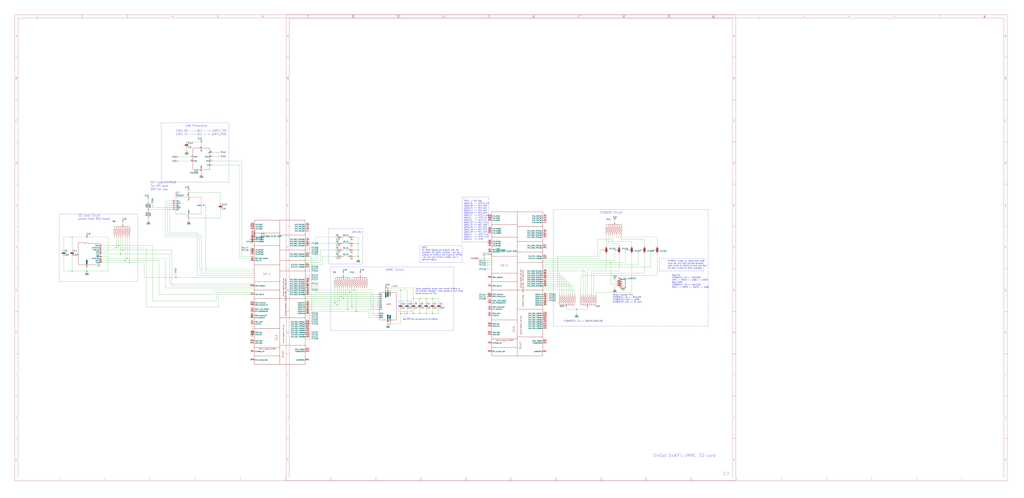
<source format=kicad_sch>
(kicad_sch (version 20210621) (generator eeschema)
  (paper "User" 1226.82 597.51)
  (junction (at 177.8 251.46))
  (junction (at 139.7 297.18))
  (junction (at 518.16 358.14))
  (junction (at 408.94 355.6))
  (junction (at 302.26 287.02))
  (junction (at 419.1 350.52))
  (junction (at 147.32 299.72))
  (junction (at 429.26 307.34))
  (junction (at 464.82 388.62))
  (junction (at 152.4 309.88))
  (junction (at 487.68 375.92))
  (junction (at 580.39 309.88))
  (junction (at 424.18 347.98))
  (junction (at 86.36 284.48))
  (junction (at 406.4 360.68))
  (junction (at 226.06 261.62))
  (junction (at 464.82 345.44))
  (junction (at 731.52 314.96))
  (junction (at 416.56 370.84))
  (junction (at 462.28 345.44))
  (junction (at 144.78 304.8))
  (junction (at 502.92 375.92))
  (junction (at 241.3 170.18))
  (junction (at 480.06 375.92))
  (junction (at 467.36 388.62))
  (junction (at 480.06 347.98))
  (junction (at 690.88 370.84))
  (junction (at 429.26 292.1))
  (junction (at 495.3 375.92))
  (junction (at 104.14 284.48))
  (junction (at 426.72 373.38))
  (junction (at 403.86 365.76))
  (junction (at 510.54 358.14))
  (junction (at 429.26 299.72))
  (junction (at 210.82 332.74))
  (junction (at 304.8 287.02))
  (junction (at 510.54 375.92))
  (junction (at 414.02 353.06))
  (junction (at 142.24 294.64))
  (junction (at 104.14 325.12))
  (junction (at 154.94 314.96))
  (junction (at 401.32 363.22))
  (junction (at 518.16 375.92))
  (junction (at 502.92 358.14))
  (junction (at 495.3 358.14))
  (junction (at 226.06 231.14))
  (junction (at 149.86 312.42))
  (junction (at 86.36 325.12))
  (junction (at 421.64 368.3))
  (junction (at 411.48 358.14))
  (wire (pts (xy 365.76 325.12) (xy 368.3 325.12)))
  (wire (pts (xy 424.18 307.34) (xy 429.26 307.34)))
  (wire (pts (xy 368.3 386.08) (xy 365.76 386.08)))
  (wire (pts (xy 205.74 299.72) (xy 205.74 342.9)))
  (wire (pts (xy 429.26 309.88) (xy 429.26 307.34)))
  (wire (pts (xy 650.24 337.82) (xy 680.72 337.82)))
  (wire (pts (xy 670.56 353.06) (xy 670.56 327.66)))
  (wire (pts (xy 525.78 358.14) (xy 525.78 363.22)))
  (wire (pts (xy 678.18 353.06) (xy 678.18 335.28)))
  (wire (pts (xy 365.76 299.72) (xy 368.3 299.72)))
  (wire (pts (xy 241.3 175.26) (xy 241.3 170.18)))
  (wire (pts (xy 650.24 332.74) (xy 675.64 332.74)))
  (wire (pts (xy 708.66 325.12) (xy 708.66 353.06)))
  (wire (pts (xy 365.76 340.36) (xy 368.3 340.36)))
  (wire (pts (xy 383.54 299.72) (xy 401.32 299.72)))
  (wire (pts (xy 726.44 304.8) (xy 726.44 322.58)))
  (wire (pts (xy 703.58 370.84) (xy 703.58 368.3)))
  (wire (pts (xy 734.06 281.94) (xy 734.06 292.1)))
  (wire (pts (xy 739.14 340.36) (xy 731.52 340.36)))
  (wire (pts (xy 139.7 297.18) (xy 121.92 297.18)))
  (polyline (pts (xy 393.7 316.484) (xy 393.7 274.32)))
  (wire (pts (xy 368.3 297.18) (xy 365.76 297.18)))
  (wire (pts (xy 76.2 307.34) (xy 76.2 325.12)))
  (wire (pts (xy 718.82 299.72) (xy 718.82 309.88)))
  (wire (pts (xy 378.46 309.88) (xy 378.46 284.48)))
  (wire (pts (xy 381 342.9) (xy 381 347.98)))
  (wire (pts (xy 464.82 386.08) (xy 464.82 388.62)))
  (wire (pts (xy 378.46 350.52) (xy 419.1 350.52)))
  (wire (pts (xy 726.44 289.56) (xy 726.44 281.94)))
  (wire (pts (xy 198.12 309.88) (xy 198.12 345.44)))
  (polyline (pts (xy 843.28 309.88) (xy 789.94 309.88)))
  (wire (pts (xy 381 292.1) (xy 401.32 292.1)))
  (wire (pts (xy 650.24 309.88) (xy 718.82 309.88)))
  (wire (pts (xy 411.48 284.48) (xy 416.56 284.48)))
  (wire (pts (xy 772.16 327.66) (xy 711.2 327.66)))
  (wire (pts (xy 365.76 353.06) (xy 414.02 353.06)))
  (polyline (pts (xy 848.36 391.16) (xy 848.36 251.46)))
  (wire (pts (xy 203.2 304.8) (xy 203.2 340.36)))
  (wire (pts (xy 650.24 345.44) (xy 668.02 345.44)))
  (wire (pts (xy 365.76 347.98) (xy 368.3 347.98)))
  (wire (pts (xy 726.44 292.1) (xy 728.98 292.1)))
  (polyline (pts (xy 502.92 314.96) (xy 553.72 314.96)))
  (wire (pts (xy 736.6 299.72) (xy 736.6 312.42)))
  (wire (pts (xy 246.38 246.38) (xy 246.38 325.12)))
  (wire (pts (xy 787.4 294.64) (xy 787.4 284.48)))
  (polyline (pts (xy 553.72 314.96) (xy 553.72 294.64)))
  (wire (pts (xy 421.64 368.3) (xy 452.12 368.3)))
  (wire (pts (xy 586.74 322.58) (xy 589.28 322.58)))
  (wire (pts (xy 419.1 345.44) (xy 419.1 350.52)))
  (wire (pts (xy 767.08 299.72) (xy 764.54 299.72)))
  (wire (pts (xy 226.06 231.14) (xy 226.06 228.6)))
  (wire (pts (xy 177.8 261.62) (xy 177.8 264.16)))
  (wire (pts (xy 86.36 284.48) (xy 76.2 284.48)))
  (wire (pts (xy 650.24 353.06) (xy 652.78 353.06)))
  (wire (pts (xy 510.54 363.22) (xy 510.54 358.14)))
  (wire (pts (xy 736.6 264.16) (xy 736.6 266.7)))
  (wire (pts (xy 238.76 284.48) (xy 198.12 284.48)))
  (wire (pts (xy 678.18 368.3) (xy 678.18 370.84)))
  (wire (pts (xy 365.76 317.5) (xy 386.08 317.5)))
  (polyline (pts (xy 165.1 256.54) (xy 71.12 256.54)))
  (polyline (pts (xy 193.04 147.32) (xy 193.04 218.44)))
  (wire (pts (xy 414.02 353.06) (xy 452.12 353.06)))
  (polyline (pts (xy 848.36 251.46) (xy 662.94 251.46)))
  (polyline (pts (xy 485.14 381) (xy 485.14 373.38)))
  (wire (pts (xy 365.76 307.34) (xy 373.38 307.34)))
  (wire (pts (xy 731.52 314.96) (xy 749.3 314.96)))
  (wire (pts (xy 726.44 294.64) (xy 726.44 292.1)))
  (wire (pts (xy 429.26 307.34) (xy 429.26 299.72)))
  (wire (pts (xy 152.4 284.48) (xy 152.4 309.88)))
  (wire (pts (xy 411.48 345.44) (xy 411.48 358.14)))
  (wire (pts (xy 287.02 309.88) (xy 304.8 309.88)))
  (wire (pts (xy 756.92 289.56) (xy 756.92 294.64)))
  (wire (pts (xy 365.76 345.44) (xy 378.46 345.44)))
  (wire (pts (xy 121.92 302.26) (xy 129.54 302.26)))
  (wire (pts (xy 86.36 307.34) (xy 86.36 325.12)))
  (wire (pts (xy 304.8 322.58) (xy 238.76 322.58)))
  (wire (pts (xy 378.46 345.44) (xy 378.46 350.52)))
  (wire (pts (xy 365.76 304.8) (xy 368.3 304.8)))
  (wire (pts (xy 487.68 375.92) (xy 480.06 375.92)))
  (wire (pts (xy 452.12 378.46) (xy 447.04 378.46)))
  (wire (pts (xy 149.86 284.48) (xy 149.86 312.42)))
  (wire (pts (xy 147.32 284.48) (xy 147.32 299.72)))
  (wire (pts (xy 86.36 299.72) (xy 86.36 284.48)))
  (wire (pts (xy 690.88 375.92) (xy 690.88 370.84)))
  (wire (pts (xy 228.6 187.96) (xy 213.36 187.96)))
  (wire (pts (xy 411.48 292.1) (xy 416.56 292.1)))
  (wire (pts (xy 675.64 353.06) (xy 675.64 332.74)))
  (wire (pts (xy 241.3 327.66) (xy 241.3 281.94)))
  (polyline (pts (xy 165.1 256.54) (xy 165.1 337.82)))
  (wire (pts (xy 200.66 243.84) (xy 205.74 243.84)))
  (wire (pts (xy 431.8 327.66) (xy 431.8 330.2)))
  (wire (pts (xy 424.18 299.72) (xy 429.26 299.72)))
  (wire (pts (xy 401.32 345.44) (xy 401.32 363.22)))
  (wire (pts (xy 365.76 355.6) (xy 408.94 355.6)))
  (wire (pts (xy 172.72 314.96) (xy 172.72 332.74)))
  (wire (pts (xy 650.24 330.2) (xy 673.1 330.2)))
  (polyline (pts (xy 662.94 391.16) (xy 848.36 391.16)))
  (wire (pts (xy 525.78 370.84) (xy 525.78 375.92)))
  (wire (pts (xy 365.76 320.04) (xy 368.3 320.04)))
  (wire (pts (xy 200.66 281.94) (xy 200.66 243.84)))
  (wire (pts (xy 304.8 350.52) (xy 259.08 350.52)))
  (wire (pts (xy 650.24 340.36) (xy 683.26 340.36)))
  (wire (pts (xy 495.3 358.14) (xy 495.3 345.44)))
  (wire (pts (xy 365.76 398.78) (xy 368.3 398.78)))
  (wire (pts (xy 368.3 302.26) (xy 365.76 302.26)))
  (wire (pts (xy 304.8 347.98) (xy 256.54 347.98)))
  (wire (pts (xy 495.3 375.92) (xy 495.3 370.84)))
  (wire (pts (xy 452.12 370.84) (xy 416.56 370.84)))
  (wire (pts (xy 650.24 312.42) (xy 736.6 312.42)))
  (wire (pts (xy 259.08 350.52) (xy 259.08 360.68)))
  (wire (pts (xy 365.76 312.42) (xy 381 312.42)))
  (wire (pts (xy 129.54 284.48) (xy 104.14 284.48)))
  (wire (pts (xy 650.24 320.04) (xy 779.78 320.04)))
  (wire (pts (xy 236.22 330.2) (xy 304.8 330.2)))
  (wire (pts (xy 452.12 358.14) (xy 411.48 358.14)))
  (wire (pts (xy 147.32 299.72) (xy 205.74 299.72)))
  (wire (pts (xy 228.6 193.04) (xy 213.36 193.04)))
  (wire (pts (xy 510.54 375.92) (xy 510.54 370.84)))
  (wire (pts (xy 589.28 309.88) (xy 580.39 309.88)))
  (wire (pts (xy 406.4 345.44) (xy 406.4 360.68)))
  (wire (pts (xy 304.8 299.72) (xy 302.26 299.72)))
  (wire (pts (xy 365.76 292.1) (xy 368.3 292.1)))
  (wire (pts (xy 182.88 360.68) (xy 182.88 294.64)))
  (wire (pts (xy 254 187.96) (xy 259.08 187.96)))
  (wire (pts (xy 365.76 378.46) (xy 368.3 378.46)))
  (wire (pts (xy 205.74 246.38) (xy 203.2 246.38)))
  (wire (pts (xy 304.8 297.18) (xy 302.26 297.18)))
  (polyline (pts (xy 193.04 218.44) (xy 274.32 218.44)))
  (wire (pts (xy 365.76 314.96) (xy 383.54 314.96)))
  (polyline (pts (xy 553.72 236.22) (xy 553.72 290.322)))
  (wire (pts (xy 264.16 261.62) (xy 264.16 251.46)))
  (wire (pts (xy 76.2 284.48) (xy 76.2 299.72)))
  (polyline (pts (xy 434.34 274.32) (xy 434.34 316.484)))
  (polyline (pts (xy 493.395 360.68) (xy 493.395 373.38)))
  (wire (pts (xy 586.74 355.6) (xy 589.28 355.6)))
  (wire (pts (xy 365.76 360.68) (xy 406.4 360.68)))
  (wire (pts (xy 421.64 345.44) (xy 421.64 368.3)))
  (wire (pts (xy 365.76 335.28) (xy 368.3 335.28)))
  (wire (pts (xy 203.2 246.38) (xy 203.2 279.4)))
  (wire (pts (xy 172.72 332.74) (xy 210.82 332.74)))
  (wire (pts (xy 203.2 340.36) (xy 304.8 340.36)))
  (wire (pts (xy 426.72 373.38) (xy 441.96 373.38)))
  (wire (pts (xy 426.72 345.44) (xy 426.72 373.38)))
  (wire (pts (xy 144.78 304.8) (xy 203.2 304.8)))
  (wire (pts (xy 495.3 375.92) (xy 487.68 375.92)))
  (wire (pts (xy 264.16 243.84) (xy 264.16 231.14)))
  (wire (pts (xy 510.54 358.14) (xy 518.16 358.14)))
  (wire (pts (xy 226.06 261.62) (xy 264.16 261.62)))
  (wire (pts (xy 487.68 370.84) (xy 487.68 375.92)))
  (wire (pts (xy 650.24 317.5) (xy 764.54 317.5)))
  (wire (pts (xy 210.82 332.74) (xy 304.8 332.74)))
  (wire (pts (xy 741.68 304.8) (xy 741.68 325.12)))
  (wire (pts (xy 736.6 337.82) (xy 736.6 335.28)))
  (wire (pts (xy 650.24 335.28) (xy 678.18 335.28)))
  (wire (pts (xy 416.56 370.84) (xy 365.76 370.84)))
  (wire (pts (xy 701.04 325.12) (xy 701.04 353.06)))
  (wire (pts (xy 76.2 325.12) (xy 86.36 325.12)))
  (wire (pts (xy 650.24 347.98) (xy 688.34 347.98)))
  (wire (pts (xy 304.8 353.06) (xy 261.62 353.06)))
  (polyline (pts (xy 396.24 396.24) (xy 543.56 396.24)))
  (wire (pts (xy 744.22 287.02) (xy 772.16 287.02)))
  (wire (pts (xy 424.18 345.44) (xy 424.18 347.98)))
  (wire (pts (xy 368.3 381) (xy 365.76 381)))
  (wire (pts (xy 383.54 314.96) (xy 383.54 299.72)))
  (wire (pts (xy 190.5 312.42) (xy 149.86 312.42)))
  (polyline (pts (xy 165.1 337.82) (xy 71.12 337.82)))
  (wire (pts (xy 586.74 314.96) (xy 589.28 314.96)))
  (wire (pts (xy 650.24 355.6) (xy 652.78 355.6)))
  (wire (pts (xy 365.76 388.62) (xy 368.3 388.62)))
  (wire (pts (xy 154.94 284.48) (xy 154.94 314.96)))
  (wire (pts (xy 736.6 342.9) (xy 739.14 342.9)))
  (wire (pts (xy 175.26 368.3) (xy 175.26 297.18)))
  (wire (pts (xy 177.8 241.3) (xy 177.8 238.76)))
  (polyline (pts (xy 553.72 290.322) (xy 585.47 290.322)))
  (wire (pts (xy 487.68 363.22) (xy 487.68 347.98)))
  (wire (pts (xy 480.06 388.62) (xy 467.36 388.62)))
  (wire (pts (xy 495.3 358.14) (xy 502.92 358.14)))
  (polyline (pts (xy 274.32 147.32) (xy 193.04 147.32)))
  (wire (pts (xy 129.54 302.26) (xy 129.54 284.48)))
  (wire (pts (xy 365.76 342.9) (xy 381 342.9)))
  (wire (pts (xy 650.24 322.58) (xy 698.5 322.58)))
  (wire (pts (xy 495.3 345.44) (xy 464.82 345.44)))
  (wire (pts (xy 650.24 358.14) (xy 652.78 358.14)))
  (wire (pts (xy 726.44 289.56) (xy 756.92 289.56)))
  (wire (pts (xy 467.36 386.08) (xy 467.36 388.62)))
  (wire (pts (xy 142.24 284.48) (xy 142.24 294.64)))
  (wire (pts (xy 751.84 299.72) (xy 749.3 299.72)))
  (wire (pts (xy 264.16 231.14) (xy 226.06 231.14)))
  (wire (pts (xy 787.4 304.8) (xy 787.4 330.2)))
  (wire (pts (xy 586.74 358.14) (xy 589.28 358.14)))
  (wire (pts (xy 444.5 375.92) (xy 444.5 350.52)))
  (wire (pts (xy 104.14 320.04) (xy 104.14 325.12)))
  (wire (pts (xy 731.52 340.36) (xy 731.52 314.96)))
  (polyline (pts (xy 477.52 360.68) (xy 493.395 360.68)))
  (wire (pts (xy 452.12 375.92) (xy 444.5 375.92)))
  (wire (pts (xy 238.76 322.58) (xy 238.76 284.48)))
  (wire (pts (xy 467.36 388.62) (xy 464.82 388.62)))
  (wire (pts (xy 711.2 327.66) (xy 711.2 353.06)))
  (wire (pts (xy 302.26 391.16) (xy 304.8 391.16)))
  (wire (pts (xy 716.28 307.34) (xy 716.28 287.02)))
  (wire (pts (xy 142.24 294.64) (xy 121.92 294.64)))
  (wire (pts (xy 304.8 292.1) (xy 304.8 287.02)))
  (wire (pts (xy 254 182.88) (xy 259.08 182.88)))
  (wire (pts (xy 586.74 353.06) (xy 589.28 353.06)))
  (wire (pts (xy 121.92 304.8) (xy 144.78 304.8)))
  (wire (pts (xy 129.54 307.34) (xy 121.92 307.34)))
  (wire (pts (xy 673.1 353.06) (xy 673.1 330.2)))
  (wire (pts (xy 411.48 299.72) (xy 416.56 299.72)))
  (wire (pts (xy 424.18 347.98) (xy 447.04 347.98)))
  (wire (pts (xy 411.48 327.66) (xy 411.48 330.2)))
  (wire (pts (xy 779.78 299.72) (xy 779.78 320.04)))
  (wire (pts (xy 668.02 307.34) (xy 716.28 307.34)))
  (wire (pts (xy 502.92 358.14) (xy 510.54 358.14)))
  (polyline (pts (xy 493.395 373.38) (xy 485.14 373.38)))
  (wire (pts (xy 256.54 347.98) (xy 256.54 353.06)))
  (wire (pts (xy 121.92 314.96) (xy 154.94 314.96)))
  (polyline (pts (xy 662.94 251.46) (xy 662.94 391.16)))
  (wire (pts (xy 302.26 287.02) (xy 302.26 294.64)))
  (wire (pts (xy 518.16 375.92) (xy 518.16 370.84)))
  (polyline (pts (xy 585.47 290.322) (xy 585.47 236.22)))
  (wire (pts (xy 246.38 325.12) (xy 304.8 325.12)))
  (wire (pts (xy 304.8 287.02) (xy 304.8 284.48)))
  (wire (pts (xy 502.92 375.92) (xy 495.3 375.92)))
  (wire (pts (xy 487.68 347.98) (xy 480.06 347.98)))
  (wire (pts (xy 365.76 406.4) (xy 368.3 406.4)))
  (wire (pts (xy 205.74 342.9) (xy 304.8 342.9)))
  (wire (pts (xy 139.7 284.48) (xy 139.7 297.18)))
  (wire (pts (xy 198.12 284.48) (xy 198.12 241.3)))
  (wire (pts (xy 447.04 347.98) (xy 447.04 378.46)))
  (wire (pts (xy 406.4 360.68) (xy 452.12 360.68)))
  (wire (pts (xy 429.26 299.72) (xy 429.26 292.1)))
  (wire (pts (xy 452.12 365.76) (xy 403.86 365.76)))
  (wire (pts (xy 365.76 401.32) (xy 368.3 401.32)))
  (wire (pts (xy 650.24 314.96) (xy 731.52 314.96)))
  (wire (pts (xy 728.98 292.1) (xy 728.98 281.94)))
  (wire (pts (xy 736.6 342.9) (xy 736.6 345.44)))
  (wire (pts (xy 302.26 284.48) (xy 302.26 287.02)))
  (polyline (pts (xy 843.28 325.12) (xy 843.28 309.88)))
  (wire (pts (xy 287.02 198.12) (xy 287.02 309.88)))
  (wire (pts (xy 261.62 368.3) (xy 175.26 368.3)))
  (wire (pts (xy 502.92 375.92) (xy 502.92 370.84)))
  (wire (pts (xy 414.02 345.44) (xy 414.02 353.06)))
  (wire (pts (xy 104.14 284.48) (xy 86.36 284.48)))
  (wire (pts (xy 680.72 353.06) (xy 680.72 337.82)))
  (wire (pts (xy 261.62 353.06) (xy 261.62 368.3)))
  (wire (pts (xy 764.54 299.72) (xy 764.54 317.5)))
  (wire (pts (xy 381 312.42) (xy 381 292.1)))
  (wire (pts (xy 241.3 281.94) (xy 200.66 281.94)))
  (wire (pts (xy 441.96 381) (xy 441.96 373.38)))
  (wire (pts (xy 302.26 386.08) (xy 304.8 386.08)))
  (wire (pts (xy 304.8 327.66) (xy 241.3 327.66)))
  (polyline (pts (xy 485.14 373.38) (xy 477.52 373.38)))
  (wire (pts (xy 480.06 370.84) (xy 480.06 375.92)))
  (wire (pts (xy 480.06 375.92) (xy 480.06 388.62)))
  (wire (pts (xy 149.86 312.42) (xy 121.92 312.42)))
  (wire (pts (xy 787.4 330.2) (xy 695.96 330.2)))
  (wire (pts (xy 304.8 345.44) (xy 198.12 345.44)))
  (wire (pts (xy 154.94 314.96) (xy 172.72 314.96)))
  (wire (pts (xy 518.16 358.14) (xy 525.78 358.14)))
  (wire (pts (xy 731.52 287.02) (xy 731.52 281.94)))
  (wire (pts (xy 744.22 281.94) (xy 744.22 287.02)))
  (wire (pts (xy 289.56 307.34) (xy 304.8 307.34)))
  (wire (pts (xy 401.32 363.22) (xy 365.76 363.22)))
  (wire (pts (xy 419.1 350.52) (xy 444.5 350.52)))
  (wire (pts (xy 726.44 322.58) (xy 703.58 322.58)))
  (wire (pts (xy 690.88 370.84) (xy 703.58 370.84)))
  (wire (pts (xy 736.6 337.82) (xy 739.14 337.82)))
  (wire (pts (xy 695.96 330.2) (xy 695.96 353.06)))
  (wire (pts (xy 589.28 312.42) (xy 586.74 312.42)))
  (wire (pts (xy 518.16 375.92) (xy 510.54 375.92)))
  (wire (pts (xy 386.08 317.5) (xy 386.08 307.34)))
  (wire (pts (xy 756.92 304.8) (xy 756.92 350.52)))
  (wire (pts (xy 688.34 347.98) (xy 688.34 353.06)))
  (wire (pts (xy 518.16 363.22) (xy 518.16 358.14)))
  (wire (pts (xy 495.3 363.22) (xy 495.3 358.14)))
  (wire (pts (xy 698.5 322.58) (xy 698.5 353.06)))
  (wire (pts (xy 302.26 294.64) (xy 304.8 294.64)))
  (wire (pts (xy 365.76 309.88) (xy 378.46 309.88)))
  (polyline (pts (xy 553.72 294.64) (xy 502.92 294.64)))
  (wire (pts (xy 685.8 353.06) (xy 685.8 342.9)))
  (wire (pts (xy 408.94 355.6) (xy 452.12 355.6)))
  (wire (pts (xy 772.16 287.02) (xy 772.16 294.64)))
  (wire (pts (xy 787.4 284.48) (xy 739.14 284.48)))
  (polyline (pts (xy 393.7 274.32) (xy 434.34 274.32)))
  (wire (pts (xy 452.12 381) (xy 441.96 381)))
  (wire (pts (xy 416.56 345.44) (xy 416.56 370.84)))
  (wire (pts (xy 152.4 309.88) (xy 198.12 309.88)))
  (wire (pts (xy 678.18 370.84) (xy 690.88 370.84)))
  (wire (pts (xy 147.32 266.7) (xy 147.32 269.24)))
  (wire (pts (xy 223.52 177.8) (xy 223.52 180.34)))
  (wire (pts (xy 205.74 251.46) (xy 177.8 251.46)))
  (wire (pts (xy 580.39 309.88) (xy 574.04 309.88)))
  (wire (pts (xy 365.76 322.58) (xy 368.3 322.58)))
  (polyline (pts (xy 274.32 218.44) (xy 274.32 147.32)))
  (wire (pts (xy 190.5 353.06) (xy 190.5 312.42)))
  (wire (pts (xy 256.54 353.06) (xy 190.5 353.06)))
  (wire (pts (xy 403.86 365.76) (xy 365.76 365.76)))
  (polyline (pts (xy 477.52 373.38) (xy 477.52 360.68)))
  (wire (pts (xy 452.12 363.22) (xy 401.32 363.22)))
  (wire (pts (xy 365.76 403.86) (xy 368.3 403.86)))
  (wire (pts (xy 144.78 284.48) (xy 144.78 304.8)))
  (polyline (pts (xy 543.56 396.24) (xy 543.56 320.04)))
  (wire (pts (xy 749.3 299.72) (xy 749.3 314.96)))
  (wire (pts (xy 182.88 294.64) (xy 142.24 294.64)))
  (wire (pts (xy 236.22 279.4) (xy 236.22 330.2)))
  (wire (pts (xy 223.52 170.18) (xy 241.3 170.18)))
  (wire (pts (xy 129.54 325.12) (xy 129.54 307.34)))
  (wire (pts (xy 716.28 287.02) (xy 731.52 287.02)))
  (wire (pts (xy 378.46 284.48) (xy 401.32 284.48)))
  (wire (pts (xy 713.74 350.52) (xy 713.74 353.06)))
  (wire (pts (xy 650.24 325.12) (xy 701.04 325.12)))
  (wire (pts (xy 756.92 350.52) (xy 713.74 350.52)))
  (wire (pts (xy 650.24 360.68) (xy 652.78 360.68)))
  (wire (pts (xy 365.76 332.74) (xy 368.3 332.74)))
  (wire (pts (xy 525.78 375.92) (xy 518.16 375.92)))
  (wire (pts (xy 226.06 264.16) (xy 226.06 261.62)))
  (polyline (pts (xy 789.94 325.12) (xy 843.28 325.12)))
  (wire (pts (xy 203.2 279.4) (xy 236.22 279.4)))
  (wire (pts (xy 462.28 345.44) (xy 462.28 347.98)))
  (wire (pts (xy 502.92 363.22) (xy 502.92 358.14)))
  (polyline (pts (xy 502.92 294.64) (xy 502.92 314.96)))
  (wire (pts (xy 668.02 345.44) (xy 668.02 307.34)))
  (wire (pts (xy 464.82 347.98) (xy 464.82 345.44)))
  (wire (pts (xy 411.48 358.14) (xy 365.76 358.14)))
  (polyline (pts (xy 71.12 256.54) (xy 71.12 337.82)))
  (wire (pts (xy 510.54 375.92) (xy 502.92 375.92)))
  (wire (pts (xy 467.36 347.98) (xy 480.06 347.98)))
  (wire (pts (xy 580.39 304.8) (xy 580.39 309.88)))
  (wire (pts (xy 121.92 309.88) (xy 152.4 309.88)))
  (wire (pts (xy 365.76 383.54) (xy 368.3 383.54)))
  (wire (pts (xy 198.12 241.3) (xy 205.74 241.3)))
  (wire (pts (xy 741.68 292.1) (xy 734.06 292.1)))
  (wire (pts (xy 480.06 347.98) (xy 480.06 363.22)))
  (polyline (pts (xy 585.47 236.22) (xy 553.72 236.22)))
  (wire (pts (xy 429.26 292.1) (xy 429.26 284.48)))
  (wire (pts (xy 254 198.12) (xy 287.02 198.12)))
  (wire (pts (xy 373.38 373.38) (xy 426.72 373.38)))
  (wire (pts (xy 289.56 193.04) (xy 289.56 307.34)))
  (wire (pts (xy 121.92 299.72) (xy 147.32 299.72)))
  (wire (pts (xy 703.58 322.58) (xy 703.58 353.06)))
  (wire (pts (xy 683.26 353.06) (xy 683.26 340.36)))
  (wire (pts (xy 175.26 297.18) (xy 139.7 297.18)))
  (wire (pts (xy 589.28 317.5) (xy 586.74 317.5)))
  (wire (pts (xy 772.16 304.8) (xy 772.16 327.66)))
  (wire (pts (xy 411.48 307.34) (xy 416.56 307.34)))
  (wire (pts (xy 721.36 299.72) (xy 718.82 299.72)))
  (wire (pts (xy 205.74 248.92) (xy 182.88 248.92)))
  (wire (pts (xy 365.76 330.2) (xy 368.3 330.2)))
  (wire (pts (xy 86.36 325.12) (xy 104.14 325.12)))
  (wire (pts (xy 381 347.98) (xy 424.18 347.98)))
  (wire (pts (xy 386.08 307.34) (xy 401.32 307.34)))
  (wire (pts (xy 368.3 375.92) (xy 365.76 375.92)))
  (wire (pts (xy 739.14 281.94) (xy 739.14 284.48)))
  (wire (pts (xy 782.32 299.72) (xy 779.78 299.72)))
  (polyline (pts (xy 789.94 309.88) (xy 789.94 325.12)))
  (wire (pts (xy 464.82 345.44) (xy 462.28 345.44)))
  (wire (pts (xy 424.18 292.1) (xy 429.26 292.1)))
  (wire (pts (xy 254 193.04) (xy 289.56 193.04)))
  (wire (pts (xy 373.38 307.34) (xy 373.38 373.38)))
  (wire (pts (xy 650.24 342.9) (xy 685.8 342.9)))
  (wire (pts (xy 365.76 368.3) (xy 421.64 368.3)))
  (polyline (pts (xy 543.56 320.04) (xy 396.24 320.04)))
  (wire (pts (xy 424.18 284.48) (xy 429.26 284.48)))
  (wire (pts (xy 741.68 294.64) (xy 741.68 292.1)))
  (polyline (pts (xy 434.34 316.484) (xy 393.7 316.484)))
  (wire (pts (xy 259.08 360.68) (xy 182.88 360.68)))
  (wire (pts (xy 741.68 325.12) (xy 708.66 325.12)))
  (wire (pts (xy 670.56 327.66) (xy 650.24 327.66)))
  (wire (pts (xy 241.3 208.28) (xy 241.3 205.74)))
  (polyline (pts (xy 396.24 320.04) (xy 396.24 396.24)))
  (wire (pts (xy 104.14 325.12) (xy 129.54 325.12)))
  (wire (pts (xy 408.94 345.44) (xy 408.94 355.6)))
  (wire (pts (xy 403.86 345.44) (xy 403.86 365.76)))
  (text "CAN1 RX --> B11 --> UART1_TXD\nCAN1 TX --> A11 --> UART1_RXD" (at 210.82 162.56 0) (effects (font (size 2.54 2.159)) (justify left bottom)))
  (text "SD Card Circuit\npinout from RED board" (at 93.98 264.16 180) (effects (font (size 2.54 2.159)) (justify left bottom)))
  (text "NOTE:\nAll these signals are outputs with the\nexception of FLASH. Likewise, I put the\noutputs on GPIO2,3 and inputs on GPIO0.\nI am not sure if this is better, but it\nseemed logical" (at 505.46 312.42 0) (effects (font (size 1.778 1.5113)) (justify left bottom)))
  (text "SPI Flash/EEPROM\nFor SPI boot\nDNP for now" (at 180.34 228.6 180) (effects (font (size 2.54 2.159)) (justify left bottom)))
  (text "SYSBOOT Circuit" (at 718.82 256.54 180) (effects (font (size 2.54 2.159)) (justify left bottom)))
  (text "OreSat DxWiFi: eMMC, SD card" (at 782.32 548.64 180) (effects (font (size 3.81 3.2385)) (justify left bottom)))
  (text "Default Sysboot Pins\nSYSBOOT[4 : 0] == 0b11x00\nSYSBOOT[2] HIGH == eMMC\nSYSBOOT[2] LOW == SD Card" (at 734.06 363.22 0) (effects (font (size 1.778 1.5113)) (justify left bottom)))
  (text "These capacitor values have varied slightly in\nthe different designs I have looked at, but these\nvalues should be fine" (at 497.84 353.06 0) (effects (font (size 1.778 1.5113)) (justify left bottom)))
  (text "SYSBOOT[15 : 5] == 0b0100_0000_000" (at 675.64 386.08 180) (effects (font (size 1.778 1.5113)) (justify left bottom)))
  (text "Boot SD\nSYSBOOT[4 : 0] == 0b11000\nSPI0 -> MMC0 -> USB0 -> UART0\nBoot eMMC\nSYSBOOT[4 : 0] == 0b11100\nMMC1 -> MMC0 -> UART0 -> USB0" (at 805.18 345.44 0) (effects (font (size 1.778 1.5113)) (justify left bottom)))
  (text "GPIO -> PIN map\ngpio3_9   == mii1_tx_clk\ngpio0_28 == mii1_txd0\ngpio0_21 == mii1_txd1\ngpio0_17 == mii1_txd2\ngpio0_16 == mii1_txd3\ngpio3_3   == mii1_tx_en\ngpio3_1   == mii1_crs\ngpio3_0   == mii1_col\ngpio3_10 == mii1_rx_clk\ngpio2_21 == mii1_rxd0\ngpio2_20 == mii1_rxd1\ngpio2_19 == mii1_rxd2\ngpio2_18 == mii1_rxd3\ngpio3_2   == mii1_rx_er\ngpio3_4   == mii1_rx_dv\ngpio0_0   == mdio" (at 556.006 287.782 0) (effects (font (size 1.778 1.5113)) (justify left bottom)))
  (text "USR LEDs" (at 421.64 279.4 180) (effects (font (size 1.778 1.5113)) (justify left bottom)))
  (text "SYSBOOT Jumper to config boot order\nmust use very light pullups because\nboot config is latched at boot and then\nthe pins a used for other purposes" (at 800.1 322.58 0) (effects (font (size 1.778 1.5113)) (justify left bottom)))
  (text "Need ~{2.2uF} here, but using two 1uF for simplicity" (at 482.6 383.54 0) (effects (font (size 1.27 1.0795)) (justify left bottom)))
  (text "1.1" (at 866.14 570.23 180) (effects (font (size 3.81 3.2385)) (justify left bottom)))
  (text "CAN Transceiver" (at 222.25 152.4 180) (effects (font (size 2.54 2.159)) (justify left bottom)))
  (text "eMMC Circuit" (at 462.28 325.12 180) (effects (font (size 2.54 2.159)) (justify left bottom)))
  (global_label "CAN2_H" (shape bidirectional) (at 213.36 187.96 180) (effects (font (size 0.889 0.889))) (property "Intersheet References" "${INTERSHEET_REFS}" (effects hide)))
  (global_label "CAN2_L" (shape bidirectional) (at 213.36 193.04 180) (effects (font (size 0.889 0.889))) (property "Intersheet References" "${INTERSHEET_REFS}" (effects hide)))
  (global_label "UART0_TX" (shape bidirectional) (at 304.8 284.48 90) (effects (font (size 0.889 0.889))) (property "Intersheet References" "${INTERSHEET_REFS}" (effects hide)))
  (global_label "UART0_RX" (shape bidirectional) (at 302.26 284.48 90) (effects (font (size 0.889 0.889))) (property "Intersheet References" "${INTERSHEET_REFS}" (effects hide)))
  (global_label "PA_ENABLE" (shape bidirectional) (at 574.04 309.88 180) (effects (font (size 0.9601 0.9601))) (property "Intersheet References" "${INTERSHEET_REFS}" (effects hide)))
  (symbol (lib_id "oresat-live-card-eagle-import:FRAME_D_L") (at 774.7 576.58 0)
    (property "Reference" "#FRAME3" (effects hide))
    (property "Value" "FRAME_D_L" (effects hide))
  )
  (symbol (lib_id "oresat-live-card-eagle-import:OSD3358-512M-BSM") (at 619.76 337.82 0)
    (property "Reference" "U7" (at 594.36 297.18 0) (effects (font (size 1.778 1.5113)) (justify left top)))
    (property "Value" "OSD3358-512M-BSM" (at 594.36 302.26 0) (effects (font (size 1.778 1.5113)) (justify left bottom)))
    (property "Footprint" "OSD335X-BGA-256" (effects hide))
  )
  (symbol (lib_id "oresat-live-card-eagle-import:TEST-POINT3X4") (at 302.26 391.16 270)
    (property "Reference" "TP180" (at 301.498 395.732 0) (effects (font (size 1.778 1.778)) (justify left bottom)))
    (property "Value" "TEST-POINT3X4" (effects hide))
    (property "Footprint" "PAD.03X.04" (effects hide))
  )
  (symbol (lib_id "oresat-live-card-eagle-import:TEST-POINT3X4") (at 368.3 403.86 0)
    (property "Reference" "TP127" (at 372.872 404.622 0) (effects (font (size 1.778 1.778)) (justify left bottom)))
    (property "Value" "TEST-POINT3X4" (effects hide))
    (property "Footprint" "PAD.03X.04" (effects hide))
  )
  (symbol (lib_id "oresat-live-card-eagle-import:TEST-POINT3X4") (at 182.88 248.92 90)
    (property "Reference" "TP69" (at 183.642 244.348 0) (effects (font (size 1.778 1.778)) (justify left bottom)))
    (property "Value" "TEST-POINT3X4" (effects hide))
    (property "Footprint" "PAD.03X.04" (effects hide))
  )
  (symbol (lib_id "oresat-live-card-eagle-import:C-EU0805-B") (at 76.2 302.26 0)
    (property "Reference" "C8" (at 77.216 301.625 0) (effects (font (size 1.778 1.5113)) (justify left bottom)))
    (property "Value" "10uF" (at 77.216 306.451 0) (effects (font (size 1.778 1.5113)) (justify left bottom)))
    (property "Footprint" ".0805-B" (effects hide))
  )
  (symbol (lib_id "oresat-live-card-eagle-import:3.3V") (at 462.28 342.9 0)
    (property "Reference" "#3V-17" (effects hide))
    (property "Value" "3.3V" (at 461.645 342.265 0) (effects (font (size 1.778 1.5113)) (justify left bottom)))
  )
  (symbol (lib_id "oresat-live-card-eagle-import:3.3V") (at 411.48 325.12 0)
    (property "Reference" "#3V-11" (effects hide))
    (property "Value" "3.3V" (at 410.845 324.485 0) (effects (font (size 1.778 1.5113)) (justify left bottom)))
  )
  (symbol (lib_id "oresat-live-card-eagle-import:TEST-POINT3X4") (at 259.08 182.88 0)
    (property "Reference" "TP40" (at 263.652 183.642 0) (effects (font (size 1.778 1.778)) (justify left bottom)))
    (property "Value" "TEST-POINT3X4" (effects hide))
    (property "Footprint" "PAD.03X.04" (effects hide))
  )
  (symbol (lib_id "oresat-live-card-eagle-import:C-EU0603-A") (at 502.92 365.76 0)
    (property "Reference" "C6" (at 503.936 365.125 0) (effects (font (size 1.778 1.5113)) (justify left bottom)))
    (property "Value" "1uF" (at 503.936 369.951 0) (effects (font (size 1.778 1.5113)) (justify left bottom)))
    (property "Footprint" ".0603-A" (effects hide))
  )
  (symbol (lib_id "oresat-live-card-eagle-import:TEST-POINT3X4") (at 368.3 378.46 0)
    (property "Reference" "TP123" (at 372.872 379.222 0) (effects (font (size 1.778 1.778)) (justify left bottom)))
    (property "Value" "TEST-POINT3X4" (effects hide))
    (property "Footprint" "PAD.03X.04" (effects hide))
  )
  (symbol (lib_id "oresat-live-card-eagle-import:3.3V") (at 147.32 264.16 0)
    (property "Reference" "#3V-4" (effects hide))
    (property "Value" "3.3V" (at 146.685 263.525 0) (effects (font (size 1.778 1.5113)) (justify left bottom)))
  )
  (symbol (lib_id "oresat-live-card-eagle-import:OSD3358-512M-BSM") (at 335.28 347.98 0)
    (property "Reference" "U7" (at 312.42 279.4 0) (effects (font (size 1.778 1.5113)) (justify left top)))
    (property "Value" "OSD3358-512M-BSM" (at 312.42 284.48 0) (effects (font (size 1.778 1.5113)) (justify left bottom)))
    (property "Footprint" "OSD335X-BGA-256" (effects hide))
  )
  (symbol (lib_id "oresat-live-card-eagle-import:JUMPER-SMT_3_1-NC_TRACE_SILK") (at 772.16 299.72 0) (mirror x)
    (property "Reference" "JP108" (at 774.7 300.101 0) (effects (font (size 1.778 1.778)) (justify left bottom)))
    (property "Value" "JUMPER-SMT_3_1-NC_TRACE_SILK" (effects hide))
    (property "Footprint" "SMT-JUMPER_3_1-NC_TRACE_SILK" (effects hide))
  )
  (symbol (lib_id "oresat-live-card-eagle-import:TEST-POINT3X4") (at 368.3 304.8 0)
    (property "Reference" "TP101" (at 372.872 305.562 0) (effects (font (size 1.778 1.778)) (justify left bottom)))
    (property "Value" "TEST-POINT3X4" (effects hide))
    (property "Footprint" "PAD.03X.04" (effects hide))
  )
  (symbol (lib_id "oresat-live-card-eagle-import:TEST-POINT3X4") (at 368.3 340.36 0)
    (property "Reference" "TP122" (at 372.872 341.122 0) (effects (font (size 1.778 1.778)) (justify left bottom)))
    (property "Value" "TEST-POINT3X4" (effects hide))
    (property "Footprint" "PAD.03X.04" (effects hide))
  )
  (symbol (lib_id "oresat-live-card-eagle-import:JUMPER-SMT_3_1-NC_TRACE_SILK") (at 787.4 299.72 0) (mirror x)
    (property "Reference" "JP109" (at 789.94 300.101 0) (effects (font (size 1.778 1.778)) (justify left bottom)))
    (property "Value" "JUMPER-SMT_3_1-NC_TRACE_SILK" (effects hide))
    (property "Footprint" "SMT-JUMPER_3_1-NC_TRACE_SILK" (effects hide))
  )
  (symbol (lib_id "oresat-live-card-eagle-import:LED-BLUE0603") (at 419.1 299.72 90)
    (property "Reference" "D4" (effects hide))
    (property "Value" "BLUE" (at 417.957 298.45 90) (effects (font (size 1.778 1.778)) (justify left top)))
    (property "Footprint" "LED-0603" (effects hide))
  )
  (symbol (lib_id "oresat-live-card-eagle-import:TEST-POINT3X4") (at 304.8 287.02 0)
    (property "Reference" "TP142" (at 306.07 286.639 0) (effects (font (size 1.778 1.778)) (justify left bottom)))
    (property "Value" "TEST-POINT3X4" (effects hide))
    (property "Footprint" "PAD.03X.04" (effects hide))
  )
  (symbol (lib_id "oresat-live-card-eagle-import:EXB-A10P391JC_ARRAY_EXBA-M") (at 401.32 332.74 90)
    (property "Reference" "R9" (at 398.7292 327.6092 90) (effects (font (size 1.778 1.778)) (justify right top)))
    (property "Value" "10K" (at 398.8816 330.1492 90) (effects (font (size 1.778 1.778)) (justify right top)))
    (property "Footprint" "ARRAY_EXBA-M" (effects hide))
    (property "Value" "U7103CT-ND" (effects hide))
    (property "Value" "EXB-A10P103J" (effects hide))
  )
  (symbol (lib_id "oresat-live-card-eagle-import:TEST-POINT3X4") (at 368.3 383.54 0)
    (property "Reference" "TP105" (at 372.872 384.302 0) (effects (font (size 1.778 1.778)) (justify left bottom)))
    (property "Value" "TEST-POINT3X4" (effects hide))
    (property "Footprint" "PAD.03X.04" (effects hide))
  )
  (symbol (lib_id "oresat-live-card-eagle-import:GND") (at 177.8 266.7 0) (mirror y)
    (property "Reference" "#GND53" (effects hide))
    (property "Value" "GND" (at 180.34 269.24 0) (effects (font (size 1.778 1.5113)) (justify left bottom)))
  )
  (symbol (lib_id "oresat-live-card-eagle-import:TEST-POINT3X4") (at 368.3 388.62 0)
    (property "Reference" "TP120" (at 372.872 389.382 0) (effects (font (size 1.778 1.778)) (justify left bottom)))
    (property "Value" "TEST-POINT3X4" (effects hide))
    (property "Footprint" "PAD.03X.04" (effects hide))
  )
  (symbol (lib_id "oresat-live-card-eagle-import:3.3V") (at 736.6 332.74 0)
    (property "Reference" "#3V-6" (effects hide))
    (property "Value" "3.3V" (at 736.6 332.486 0) (effects (font (size 1.778 1.5113)) (justify bottom)))
  )
  (symbol (lib_id "oresat-live-card-eagle-import:TEST-POINT3X4") (at 368.3 302.26 0)
    (property "Reference" "TP126" (at 372.872 303.022 0) (effects (font (size 1.778 1.778)) (justify left bottom)))
    (property "Value" "TEST-POINT3X4" (effects hide))
    (property "Footprint" "PAD.03X.04" (effects hide))
  )
  (symbol (lib_id "oresat-live-card-eagle-import:3.3V") (at 431.8 325.12 0)
    (property "Reference" "#3V-15" (effects hide))
    (property "Value" "3.3V" (at 431.165 324.485 0) (effects (font (size 1.778 1.5113)) (justify left bottom)))
  )
  (symbol (lib_id "oresat-live-card-eagle-import:C-EU0603-A") (at 480.06 365.76 0)
    (property "Reference" "C12" (at 481.076 365.125 0) (effects (font (size 1.778 1.5113)) (justify left bottom)))
    (property "Value" "1uF" (at 481.076 369.951 0) (effects (font (size 1.778 1.5113)) (justify left bottom)))
    (property "Footprint" ".0603-A" (effects hide))
  )
  (symbol (lib_id "oresat-live-card-eagle-import:GND") (at 104.14 327.66 0) (mirror y)
    (property "Reference" "#GND30" (effects hide))
    (property "Value" "GND" (at 104.14 327.914 0) (effects (font (size 1.778 1.5113)) (justify top)))
  )
  (symbol (lib_id "oresat-live-card-eagle-import:R-US_0603-A") (at 177.8 246.38 270)
    (property "Reference" "R60" (at 174.7266 244.348 0) (effects (font (size 1.778 1.5113)) (justify left bottom)))
    (property "Value" "DNP" (at 179.07 244.602 0) (effects (font (size 1.778 1.5113)) (justify left bottom)))
    (property "Footprint" ".0603-A" (effects hide))
  )
  (symbol (lib_id "oresat-live-card-eagle-import:LED-BLUE0603") (at 419.1 284.48 90)
    (property "Reference" "D2" (effects hide))
    (property "Value" "BLUE" (at 417.957 283.21 90) (effects (font (size 1.778 1.778)) (justify left top)))
    (property "Footprint" "LED-0603" (effects hide))
  )
  (symbol (lib_id "oresat-live-card-eagle-import:3.3V") (at 226.06 226.06 0) (mirror y)
    (property "Reference" "#3V-27" (effects hide))
    (property "Value" "3.3V" (at 226.695 225.425 0) (effects (font (size 1.778 1.5113)) (justify left bottom)))
  )
  (symbol (lib_id "oresat-live-card-eagle-import:TEST-POINT3X4") (at 586.74 353.06 180)
    (property "Reference" "TP143" (at 582.168 352.298 0) (effects (font (size 1.778 1.778)) (justify left bottom)))
    (property "Value" "TEST-POINT3X4" (effects hide))
    (property "Footprint" "PAD.03X.04" (effects hide))
  )
  (symbol (lib_id "oresat-live-card-eagle-import:TEST-POINT3X4") (at 368.3 332.74 0)
    (property "Reference" "TP114" (at 372.872 333.502 0) (effects (font (size 1.778 1.778)) (justify left bottom)))
    (property "Value" "TEST-POINT3X4" (effects hide))
    (property "Footprint" "PAD.03X.04" (effects hide))
  )
  (symbol (lib_id "oresat-live-card-eagle-import:EMMC+RESET+5.1-COMPATIBLE-BA") (at 464.82 365.76 0) (mirror y)
    (property "Reference" "U3" (effects hide))
    (property "Value" "THGBMJG7C2LBAU8" (at 461.01 386.08 0) (effects (font (size 1.778 1.5113)) (justify left bottom)))
    (property "Footprint" "BGA-153(11.5X13)(EMMC-BA)" (effects hide))
    (property "Value" "THGBMJG7C2LBAU8-ND" (effects hide))
    (property "Value" "THGBMJG7C2LBAU8" (effects hide))
  )
  (symbol (lib_id "oresat-live-card-eagle-import:C-EU0603-A") (at 223.52 175.26 0) (mirror x)
    (property "Reference" "C31" (at 225.044 175.641 0) (effects (font (size 1.778 1.5113)) (justify left bottom)))
    (property "Value" "0.1uF" (at 225.044 170.561 0) (effects (font (size 1.778 1.5113)) (justify left bottom)))
    (property "Footprint" ".0603-A" (effects hide))
  )
  (symbol (lib_id "oresat-live-card-eagle-import:3.3V") (at 736.6 261.62 0)
    (property "Reference" "#3V-23" (effects hide))
    (property "Value" "3.3V" (at 736.6 261.366 0) (effects (font (size 1.778 1.5113)) (justify bottom)))
  )
  (symbol (lib_id "oresat-live-card-eagle-import:TEST-POINT3X4") (at 652.78 360.68 0)
    (property "Reference" "TP159" (at 657.352 361.442 0) (effects (font (size 1.778 1.778)) (justify left bottom)))
    (property "Value" "TEST-POINT3X4" (effects hide))
    (property "Footprint" "PAD.03X.04" (effects hide))
  )
  (symbol (lib_id "oresat-live-card-eagle-import:3.3V") (at 241.3 167.64 0) (mirror y)
    (property "Reference" "#3V-5" (effects hide))
    (property "Value" "3.3V" (at 241.935 167.005 0) (effects (font (size 1.778 1.5113)) (justify left bottom)))
  )
  (symbol (lib_id "oresat-live-card-eagle-import:GND") (at 429.26 312.42 0)
    (property "Reference" "#GND41" (effects hide))
    (property "Value" "GND" (at 429.26 312.674 0) (effects (font (size 1.778 1.5113)) (justify top)))
  )
  (symbol (lib_id "oresat-live-card-eagle-import:EXB-A10P391JC_ARRAY_EXBA-M") (at 713.74 365.76 270)
    (property "Reference" "R25" (at 713.6892 368.2492 90) (effects (font (size 1.778 1.778)) (justify left bottom)))
    (property "Value" "100K" (at 713.8416 370.7892 90) (effects (font (size 1.778 1.778)) (justify left bottom)))
    (property "Footprint" "ARRAY_EXBA-M" (effects hide))
    (property "Value" "U7104CT-ND" (effects hide))
    (property "Value" "EXB-A10P104J" (effects hide))
  )
  (symbol (lib_id "oresat-live-card-eagle-import:TEST-POINT3X4") (at 368.3 381 0)
    (property "Reference" "TP115" (at 372.872 381.762 0) (effects (font (size 1.778 1.778)) (justify left bottom)))
    (property "Value" "TEST-POINT3X4" (effects hide))
    (property "Footprint" "PAD.03X.04" (effects hide))
  )
  (symbol (lib_id "oresat-live-card-eagle-import:FRAME_D_L") (at 449.58 576.58 0)
    (property "Reference" "#FRAME3" (effects hide))
    (property "Value" "FRAME_D_L" (effects hide))
  )
  (symbol (lib_id "oresat-live-card-eagle-import:25AAXX") (at 226.06 246.38 0)
    (property "Reference" "U17" (at 210.058 232.156 0) (effects (font (size 2.0828 1.7703)) (justify left bottom)))
    (property "Value" "25AAXX" (at 210.058 235.458 0) (effects (font (size 2.0828 1.7703)) (justify left bottom)))
    (property "Footprint" "SOIC8" (effects hide))
  )
  (symbol (lib_id "oresat-live-card-eagle-import:3.3V") (at 104.14 281.94 0)
    (property "Reference" "#3V-3" (effects hide))
    (property "Value" "3.3V" (at 103.505 281.305 0) (effects (font (size 1.778 1.5113)) (justify left bottom)))
  )
  (symbol (lib_id "oresat-live-card-eagle-import:EXB-A10P391JC_ARRAY_EXBA-M") (at 421.64 332.74 90)
    (property "Reference" "R10" (at 419.0492 327.6092 90) (effects (font (size 1.778 1.778)) (justify right top)))
    (property "Value" "10K" (at 419.2016 330.1492 90) (effects (font (size 1.778 1.778)) (justify right top)))
    (property "Footprint" "ARRAY_EXBA-M" (effects hide))
    (property "Value" "U7103CT-ND" (effects hide))
    (property "Value" "EXB-A10P103J" (effects hide))
  )
  (symbol (lib_id "oresat-live-card-eagle-import:TEST-POINT3X4") (at 586.74 358.14 180)
    (property "Reference" "TP158" (at 582.168 357.378 0) (effects (font (size 1.778 1.778)) (justify left bottom)))
    (property "Value" "TEST-POINT3X4" (effects hide))
    (property "Footprint" "PAD.03X.04" (effects hide))
  )
  (symbol (lib_id "oresat-live-card-eagle-import:LED-BLUE0603") (at 419.1 292.1 90)
    (property "Reference" "D3" (effects hide))
    (property "Value" "BLUE" (at 417.957 290.83 90) (effects (font (size 1.778 1.778)) (justify left top)))
    (property "Footprint" "LED-0603" (effects hide))
  )
  (symbol (lib_id "oresat-live-card-eagle-import:GND") (at 241.3 210.82 0) (mirror y)
    (property "Reference" "#GND32" (effects hide))
    (property "Value" "GND" (at 243.84 213.36 0) (effects (font (size 1.778 1.5113)) (justify left bottom)))
  )
  (symbol (lib_id "oresat-live-card-eagle-import:TEST-POINT3X4") (at 368.3 401.32 0)
    (property "Reference" "TP131" (at 372.872 402.082 0) (effects (font (size 1.778 1.778)) (justify left bottom)))
    (property "Value" "TEST-POINT3X4" (effects hide))
    (property "Footprint" "PAD.03X.04" (effects hide))
  )
  (symbol (lib_id "oresat-live-card-eagle-import:LED-BLUE0603") (at 419.1 307.34 90)
    (property "Reference" "D5" (effects hide))
    (property "Value" "BLUE" (at 417.957 306.07 90) (effects (font (size 1.778 1.778)) (justify left top)))
    (property "Footprint" "LED-0603" (effects hide))
  )
  (symbol (lib_id "oresat-live-card-eagle-import:TEST-POINT3X4") (at 368.3 330.2 0)
    (property "Reference" "TP125" (at 372.872 330.962 0) (effects (font (size 1.778 1.778)) (justify left bottom)))
    (property "Value" "TEST-POINT3X4" (effects hide))
    (property "Footprint" "PAD.03X.04" (effects hide))
  )
  (symbol (lib_id "oresat-live-card-eagle-import:EXB-A10P391JC_ARRAY_EXBA-M") (at 726.44 269.24 90)
    (property "Reference" "R24" (at 726.3892 264.1092 90) (effects (font (size 1.778 1.778)) (justify right top)))
    (property "Value" "100K" (at 726.5416 266.6492 90) (effects (font (size 1.778 1.778)) (justify right top)))
    (property "Footprint" "ARRAY_EXBA-M" (effects hide))
    (property "Value" "U7104CT-ND" (effects hide))
    (property "Value" "EXB-A10P104J" (effects hide))
  )
  (symbol (lib_id "oresat-live-card-eagle-import:R-US_0603-A") (at 406.4 292.1 0)
    (property "Reference" "R3" (at 402.59 290.6014 0) (effects (font (size 1.778 1.5113)) (justify left bottom)))
    (property "Value" "4.7k" (at 402.59 295.402 0) (effects (font (size 1.778 1.5113)) (justify left bottom)))
    (property "Footprint" ".0603-A" (effects hide))
  )
  (symbol (lib_id "oresat-live-card-eagle-import:GND") (at 690.88 378.46 0)
    (property "Reference" "#GND51" (effects hide))
    (property "Value" "GND" (at 690.88 378.714 0) (effects (font (size 1.778 1.5113)) (justify top)))
  )
  (symbol (lib_id "oresat-live-card-eagle-import:TEST-POINT3X4") (at 586.74 312.42 180)
    (property "Reference" "TP137" (at 582.168 311.658 0) (effects (font (size 1.778 1.778)) (justify left bottom)))
    (property "Value" "TEST-POINT3X4" (effects hide))
    (property "Footprint" "PAD.03X.04" (effects hide))
  )
  (symbol (lib_id "oresat-live-card-eagle-import:EXB-A10P391JC_ARRAY_EXBA-M") (at 688.34 365.76 270)
    (property "Reference" "R26" (at 670.5092 368.2492 90) (effects (font (size 1.778 1.778)) (justify left bottom)))
    (property "Value" "100K" (at 670.6616 370.7892 90) (effects (font (size 1.778 1.778)) (justify left bottom)))
    (property "Footprint" "ARRAY_EXBA-M" (effects hide))
    (property "Value" "U7104CT-ND" (effects hide))
    (property "Value" "EXB-A10P104J" (effects hide))
  )
  (symbol (lib_id "oresat-live-card-eagle-import:R-US_0603-A") (at 406.4 299.72 0)
    (property "Reference" "R4" (at 402.59 298.2214 0) (effects (font (size 1.778 1.5113)) (justify left bottom)))
    (property "Value" "4.7k" (at 402.59 303.022 0) (effects (font (size 1.778 1.5113)) (justify left bottom)))
    (property "Footprint" ".0603-A" (effects hide))
  )
  (symbol (lib_id "oresat-live-card-eagle-import:TCAN330") (at 241.3 190.5 0) (mirror y)
    (property "Reference" "U11" (at 237.49 205.74 0) (effects (font (size 1.778 1.5113)) (justify left bottom)))
    (property "Value" "TCAN330" (at 237.49 208.28 0) (effects (font (size 1.778 1.5113)) (justify left bottom)))
    (property "Footprint" "SOT23-8_TI-DCN" (effects hide))
  )
  (symbol (lib_id "oresat-live-card-eagle-import:TEST-POINT3X4") (at 586.74 317.5 180)
    (property "Reference" "TP135" (at 582.168 316.738 0) (effects (font (size 1.778 1.778)) (justify left bottom)))
    (property "Value" "TEST-POINT3X4" (effects hide))
    (property "Footprint" "PAD.03X.04" (effects hide))
  )
  (symbol (lib_id "oresat-live-card-eagle-import:GND") (at 223.52 182.88 0) (mirror y)
    (property "Reference" "#GND31" (effects hide))
    (property "Value" "GND" (at 226.06 185.42 0) (effects (font (size 1.778 1.5113)) (justify left bottom)))
  )
  (symbol (lib_id "oresat-live-card-eagle-import:TEST-POINT3X4") (at 368.3 398.78 0)
    (property "Reference" "TP134" (at 372.872 399.542 0) (effects (font (size 1.778 1.778)) (justify left bottom)))
    (property "Value" "TEST-POINT3X4" (effects hide))
    (property "Footprint" "PAD.03X.04" (effects hide))
  )
  (symbol (lib_id "oresat-live-card-eagle-import:JUMPER-SMT_3_1-NC_TRACE_SILK") (at 741.68 299.72 0)
    (property "Reference" "JP106" (at 744.22 299.339 0) (effects (font (size 1.778 1.778)) (justify left bottom)))
    (property "Value" "JUMPER-SMT_3_1-NC_TRACE_SILK" (effects hide))
    (property "Footprint" "SMT-JUMPER_3_1-NC_TRACE_SILK" (effects hide))
  )
  (symbol (lib_id "oresat-live-card-eagle-import:TEST-POINT3X4") (at 368.3 320.04 0)
    (property "Reference" "TP108" (at 372.872 320.802 0) (effects (font (size 1.778 1.778)) (justify left bottom)))
    (property "Value" "TEST-POINT3X4" (effects hide))
    (property "Footprint" "PAD.03X.04" (effects hide))
  )
  (symbol (lib_id "oresat-live-card-eagle-import:TEST-POINT3X4") (at 210.82 332.74 90)
    (property "Reference" "TP22" (at 211.582 328.168 0) (effects (font (size 1.778 1.778)) (justify left bottom)))
    (property "Value" "TEST-POINT3X4" (effects hide))
    (property "Footprint" "PAD.03X.04" (effects hide))
  )
  (symbol (lib_id "oresat-live-card-eagle-import:JUMPER-SMT_3_1-NC_TRACE_SILK") (at 726.44 299.72 0)
    (property "Reference" "JP105" (at 728.98 299.339 0) (effects (font (size 1.778 1.778)) (justify left bottom)))
    (property "Value" "JUMPER-SMT_3_1-NC_TRACE_SILK" (effects hide))
    (property "Footprint" "SMT-JUMPER_3_1-NC_TRACE_SILK" (effects hide))
  )
  (symbol (lib_id "oresat-live-card-eagle-import:TEST-POINT3X4") (at 586.74 355.6 180)
    (property "Reference" "TP174" (at 582.168 354.838 0) (effects (font (size 1.778 1.778)) (justify left bottom)))
    (property "Value" "TEST-POINT3X4" (effects hide))
    (property "Footprint" "PAD.03X.04" (effects hide))
  )
  (symbol (lib_id "oresat-live-card-eagle-import:C-EU0603-A") (at 487.68 365.76 0)
    (property "Reference" "C10" (at 488.696 365.125 0) (effects (font (size 1.778 1.5113)) (justify left bottom)))
    (property "Value" "1uF" (at 488.696 369.951 0) (effects (font (size 1.778 1.5113)) (justify left bottom)))
    (property "Footprint" ".0603-A" (effects hide))
  )
  (symbol (lib_id "oresat-live-card-eagle-import:TEST-POINT3X4") (at 368.3 297.18 0)
    (property "Reference" "TP100" (at 372.872 297.942 0) (effects (font (size 1.778 1.778)) (justify left bottom)))
    (property "Value" "TEST-POINT3X4" (effects hide))
    (property "Footprint" "PAD.03X.04" (effects hide))
  )
  (symbol (lib_id "oresat-live-card-eagle-import:TEST-POINT3X4") (at 302.26 287.02 180)
    (property "Reference" "TP146" (at 303.53 288.925 0) (effects (font (size 1.778 1.778)) (justify left bottom)))
    (property "Value" "TEST-POINT3X4" (effects hide))
    (property "Footprint" "PAD.03X.04" (effects hide))
  )
  (symbol (lib_id "oresat-live-card-eagle-import:TEST-POINT3X4") (at 586.74 314.96 180)
    (property "Reference" "TP149" (at 582.168 314.198 0) (effects (font (size 1.778 1.778)) (justify left bottom)))
    (property "Value" "TEST-POINT3X4" (effects hide))
    (property "Footprint" "PAD.03X.04" (effects hide))
  )
  (symbol (lib_id "oresat-live-card-eagle-import:EXB-A10P391JC_ARRAY_EXBA-M") (at 137.16 271.78 90)
    (property "Reference" "R8" (at 134.5692 266.6492 90) (effects (font (size 1.778 1.778)) (justify right top)))
    (property "Value" "10k" (at 134.7216 269.1892 90) (effects (font (size 1.778 1.778)) (justify right top)))
    (property "Footprint" "ARRAY_EXBA-M" (effects hide))
    (property "Value" "U7103CT-ND" (effects hide))
    (property "Value" "EXB-A10P103J" (effects hide))
    (property "Value" "10K" (effects hide))
  )
  (symbol (lib_id "oresat-live-card-eagle-import:R-US_0603-A") (at 406.4 284.48 0)
    (property "Reference" "R2" (at 402.59 282.9814 0) (effects (font (size 1.778 1.5113)) (justify left bottom)))
    (property "Value" "4.7k" (at 402.59 287.782 0) (effects (font (size 1.778 1.5113)) (justify left bottom)))
    (property "Footprint" ".0603-A" (effects hide))
  )
  (symbol (lib_id "oresat-live-card-eagle-import:TEST-POINT3X4") (at 368.3 386.08 0)
    (property "Reference" "TP124" (at 372.872 386.842 0) (effects (font (size 1.778 1.778)) (justify left bottom)))
    (property "Value" "TEST-POINT3X4" (effects hide))
    (property "Footprint" "PAD.03X.04" (effects hide))
  )
  (symbol (lib_id "oresat-live-card-eagle-import:TEST-POINT") (at 580.39 304.8 90)
    (property "Reference" "TP11" (at 582.93 306.07 90) (effects (font (size 1.778 1.778)) (justify right top)))
    (property "Value" "TEST-POINT" (effects hide))
    (property "Footprint" "2MM-TEST-POINT" (effects hide))
  )
  (symbol (lib_id "oresat-live-card-eagle-import:TEST-POINT3X4") (at 302.26 386.08 90)
    (property "Reference" "TP30" (at 303.022 381.508 0) (effects (font (size 1.778 1.778)) (justify left bottom)))
    (property "Value" "TEST-POINT3X4" (effects hide))
    (property "Footprint" "PAD.03X.04" (effects hide))
  )
  (symbol (lib_id "oresat-live-card-eagle-import:TEST-POINT3X4") (at 652.78 355.6 0)
    (property "Reference" "TP153" (at 657.352 356.362 0) (effects (font (size 1.778 1.778)) (justify left bottom)))
    (property "Value" "TEST-POINT3X4" (effects hide))
    (property "Footprint" "PAD.03X.04" (effects hide))
  )
  (symbol (lib_id "oresat-live-card-eagle-import:C-EU0603-A") (at 510.54 365.76 0)
    (property "Reference" "C5" (at 511.556 365.125 0) (effects (font (size 1.778 1.5113)) (justify left bottom)))
    (property "Value" "1uF" (at 511.556 369.951 0) (effects (font (size 1.778 1.5113)) (justify left bottom)))
    (property "Footprint" ".0603-A" (effects hide))
  )
  (symbol (lib_id "oresat-live-card-eagle-import:TEST-POINT3X4") (at 368.3 325.12 0)
    (property "Reference" "TP103" (at 372.872 325.882 0) (effects (font (size 1.778 1.778)) (justify left bottom)))
    (property "Value" "TEST-POINT3X4" (effects hide))
    (property "Footprint" "PAD.03X.04" (effects hide))
  )
  (symbol (lib_id "oresat-live-card-eagle-import:TEST-POINT3X4") (at 368.3 299.72 0)
    (property "Reference" "TP118" (at 372.872 300.482 0) (effects (font (size 1.778 1.778)) (justify left bottom)))
    (property "Value" "TEST-POINT3X4" (effects hide))
    (property "Footprint" "PAD.03X.04" (effects hide))
  )
  (symbol (lib_id "oresat-live-card-eagle-import:C-EU0603-A") (at 86.36 302.26 0)
    (property "Reference" "C11" (at 87.376 301.625 0) (effects (font (size 1.778 1.5113)) (justify left bottom)))
    (property "Value" "0.1uF" (at 87.376 306.451 0) (effects (font (size 1.778 1.5113)) (justify left bottom)))
    (property "Footprint" ".0603-A" (effects hide))
  )
  (symbol (lib_id "oresat-live-card-eagle-import:JUMPER-SMT_3_1-NC_TRACE_SILK") (at 756.92 299.72 0) (mirror x)
    (property "Reference" "JP107" (at 759.46 300.101 0) (effects (font (size 1.778 1.778)) (justify left bottom)))
    (property "Value" "JUMPER-SMT_3_1-NC_TRACE_SILK" (effects hide))
    (property "Footprint" "SMT-JUMPER_3_1-NC_TRACE_SILK" (effects hide))
  )
  (symbol (lib_id "oresat-live-card-eagle-import:TEST-POINT3X4") (at 368.3 335.28 0)
    (property "Reference" "TP111" (at 372.872 336.042 0) (effects (font (size 1.778 1.778)) (justify left bottom)))
    (property "Value" "TEST-POINT3X4" (effects hide))
    (property "Footprint" "PAD.03X.04" (effects hide))
  )
  (symbol (lib_id "oresat-live-card-eagle-import:C-EU0603-A") (at 518.16 365.76 0)
    (property "Reference" "C3" (at 519.176 365.125 0) (effects (font (size 1.778 1.5113)) (justify left bottom)))
    (property "Value" "1uF" (at 519.176 369.951 0) (effects (font (size 1.778 1.5113)) (justify left bottom)))
    (property "Footprint" ".0603-A" (effects hide))
  )
  (symbol (lib_id "oresat-live-card-eagle-import:C-EU0805-B") (at 525.78 365.76 0)
    (property "Reference" "C2" (at 526.796 365.125 0) (effects (font (size 1.778 1.5113)) (justify left bottom)))
    (property "Value" "10uF" (at 526.796 369.951 0) (effects (font (size 1.778 1.5113)) (justify left bottom)))
    (property "Footprint" ".0805-B" (effects hide))
  )
  (symbol (lib_id "oresat-live-card-eagle-import:TEST-POINT3X4") (at 586.74 322.58 180)
    (property "Reference" "TP148" (at 582.168 321.818 0) (effects (font (size 1.778 1.778)) (justify left bottom)))
    (property "Value" "TEST-POINT3X4" (effects hide))
    (property "Footprint" "PAD.03X.04" (effects hide))
  )
  (symbol (lib_id "oresat-live-card-eagle-import:3X1_TH_JUMPER") (at 746.76 340.36 180)
    (property "Reference" "U$1" (at 749.3 345.948 0) (effects (font (size 1.778 1.778)) (justify left bottom)))
    (property "Value" "3X1_TH_JUMPER" (at 762 332.994 0) (effects (font (size 1.778 1.778)) (justify left bottom)))
    (property "Footprint" "3X1" (effects hide))
  )
  (symbol (lib_id "oresat-live-card-eagle-import:GND") (at 226.06 266.7 0) (mirror y)
    (property "Reference" "#GND52" (effects hide))
    (property "Value" "GND" (at 228.6 269.24 0) (effects (font (size 1.778 1.5113)) (justify left bottom)))
  )
  (symbol (lib_id "oresat-live-card-eagle-import:R-US_0603-A") (at 177.8 256.54 270)
    (property "Reference" "R59" (at 174.7266 254.508 0) (effects (font (size 1.778 1.5113)) (justify left bottom)))
    (property "Value" "DNP" (at 179.07 254.762 0) (effects (font (size 1.778 1.5113)) (justify left bottom)))
    (property "Footprint" ".0603-A" (effects hide))
  )
  (symbol (lib_id "oresat-live-card-eagle-import:TEST-POINT3X4") (at 368.3 375.92 0)
    (property "Reference" "TP104" (at 372.872 376.682 0) (effects (font (size 1.778 1.778)) (justify left bottom)))
    (property "Value" "TEST-POINT3X4" (effects hide))
    (property "Footprint" "PAD.03X.04" (effects hide))
  )
  (symbol (lib_id "oresat-live-card-eagle-import:R-US_0603-A") (at 406.4 307.34 0)
    (property "Reference" "R5" (at 402.59 305.8414 0) (effects (font (size 1.778 1.5113)) (justify left bottom)))
    (property "Value" "4.7k" (at 402.59 310.642 0) (effects (font (size 1.778 1.5113)) (justify left bottom)))
    (property "Footprint" ".0603-A" (effects hide))
  )
  (symbol (lib_id "oresat-live-card-eagle-import:DM3BT-DSF-PEJS") (at 106.68 304.8 0) (mirror y)
    (property "Reference" "J7" (at 119.38 320.04 0) (effects (font (size 1.778 1.5113)) (justify left bottom)))
    (property "Value" "DM3BT-DSF-PEJS" (effects hide))
    (property "Footprint" "DM3BT-DSF-PEJS" (effects hide))
  )
  (symbol (lib_id "oresat-live-card-eagle-import:TEST-POINT3X4") (at 368.3 322.58 0)
    (property "Reference" "TP117" (at 372.872 323.342 0) (effects (font (size 1.778 1.778)) (justify left bottom)))
    (property "Value" "TEST-POINT3X4" (effects hide))
    (property "Footprint" "PAD.03X.04" (effects hide))
  )
  (symbol (lib_id "oresat-live-card-eagle-import:TEST-POINT3X4") (at 652.78 358.14 0)
    (property "Reference" "TP152" (at 657.352 358.902 0) (effects (font (size 1.778 1.778)) (justify left bottom)))
    (property "Value" "TEST-POINT3X4" (effects hide))
    (property "Footprint" "PAD.03X.04" (effects hide))
  )
  (symbol (lib_id "oresat-live-card-eagle-import:TEST-POINT3X4") (at 302.26 299.72 180)
    (property "Reference" "TP178" (at 297.688 298.958 0) (effects (font (size 1.778 1.778)) (justify left bottom)))
    (property "Value" "TEST-POINT3X4" (effects hide))
    (property "Footprint" "PAD.03X.04" (effects hide))
  )
  (symbol (lib_id "oresat-live-card-eagle-import:GND") (at 736.6 347.98 0)
    (property "Reference" "#GND33" (effects hide))
    (property "Value" "GND" (at 734.06 350.52 0) (effects (font (size 1.778 1.5113)) (justify left bottom)))
  )
  (symbol (lib_id "oresat-live-card-eagle-import:3.3V") (at 177.8 236.22 0) (mirror y)
    (property "Reference" "#3V-29" (effects hide))
    (property "Value" "3.3V" (at 178.435 235.585 0) (effects (font (size 1.778 1.5113)) (justify left bottom)))
  )
  (symbol (lib_id "oresat-live-card-eagle-import:TEST-POINT3X4") (at 368.3 292.1 0)
    (property "Reference" "TP106" (at 372.872 292.862 0) (effects (font (size 1.778 1.778)) (justify left bottom)))
    (property "Value" "TEST-POINT3X4" (effects hide))
    (property "Footprint" "PAD.03X.04" (effects hide))
  )
  (symbol (lib_id "oresat-live-card-eagle-import:TEST-POINT3X4") (at 259.08 187.96 0)
    (property "Reference" "TP35" (at 263.652 188.722 0) (effects (font (size 1.778 1.778)) (justify left bottom)))
    (property "Value" "TEST-POINT3X4" (effects hide))
    (property "Footprint" "PAD.03X.04" (effects hide))
  )
  (symbol (lib_id "oresat-live-card-eagle-import:GND") (at 464.82 391.16 0)
    (property "Reference" "#GND44" (effects hide))
    (property "Value" "GND" (at 464.82 391.414 0) (effects (font (size 1.778 1.5113)) (justify top)))
  )
  (symbol (lib_id "oresat-live-card-eagle-import:C-EU0603-A") (at 495.3 365.76 0)
    (property "Reference" "C9" (at 496.316 365.125 0) (effects (font (size 1.778 1.5113)) (justify left bottom)))
    (property "Value" "1uF" (at 496.316 369.951 0) (effects (font (size 1.778 1.5113)) (justify left bottom)))
    (property "Footprint" ".0603-A" (effects hide))
  )
  (symbol (lib_id "oresat-live-card-eagle-import:C-EU0603-A") (at 264.16 248.92 0) (mirror x)
    (property "Reference" "C40" (at 265.684 249.301 0) (effects (font (size 1.778 1.5113)) (justify left bottom)))
    (property "Value" "0.1uF" (at 265.684 244.221 0) (effects (font (size 1.778 1.5113)) (justify left bottom)))
    (property "Footprint" ".0603-A" (effects hide))
  )
  (symbol (lib_id "oresat-live-card-eagle-import:TEST-POINT3X4") (at 652.78 353.06 0)
    (property "Reference" "TP162" (at 657.352 353.822 0) (effects (font (size 1.778 1.778)) (justify left bottom)))
    (property "Value" "TEST-POINT3X4" (effects hide))
    (property "Footprint" "PAD.03X.04" (effects hide))
  )
  (symbol (lib_id "oresat-live-card-eagle-import:TEST-POINT3X4") (at 368.3 347.98 0)
    (property "Reference" "TP107" (at 372.872 348.742 0) (effects (font (size 1.778 1.778)) (justify left bottom)))
    (property "Value" "TEST-POINT3X4" (effects hide))
    (property "Footprint" "PAD.03X.04" (effects hide))
  )
  (symbol (lib_id "oresat-live-card-eagle-import:TEST-POINT3X4") (at 368.3 406.4 0)
    (property "Reference" "TP128" (at 372.872 407.162 0) (effects (font (size 1.778 1.778)) (justify left bottom)))
    (property "Value" "TEST-POINT3X4" (effects hide))
    (property "Footprint" "PAD.03X.04" (effects hide))
  )
  (symbol (lib_id "oresat-live-card-eagle-import:TEST-POINT3X4") (at 302.26 297.18 180)
    (property "Reference" "TP177" (at 297.688 296.418 0) (effects (font (size 1.778 1.778)) (justify left bottom)))
    (property "Value" "TEST-POINT3X4" (effects hide))
    (property "Footprint" "PAD.03X.04" (effects hide))
  )
)
</source>
